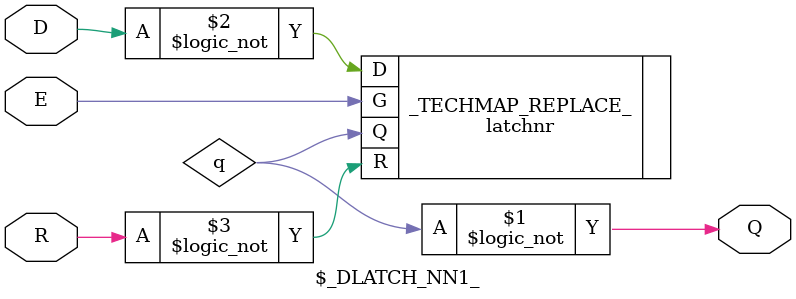
<source format=v>


module \$_DFF_P_ (D, C, Q);
    input D;
    input C;
    output Q;

    dff _TECHMAP_REPLACE_ (.Q(Q), .D(D), .C(C));
endmodule

// Async reset
module \$_DFF_PP0_ (D, C, R, Q);
    input D;
    input C;
    input R;
    output Q;

    dffr _TECHMAP_REPLACE_ (.Q(Q), .D(D), .C(C), .R(R));
endmodule

// Async reset
module \$_DFF_PN0_ (D, C, R, Q);
    input D;
    input C;
    input R;
    output Q;

    dffr _TECHMAP_REPLACE_ (.Q(Q), .D(D), .C(C), .R(!R));

endmodule

// Async set
module \$_DFF_PP1_ (D, C, R, Q);
    input D;
    input C;
    input R;
    output Q;

    wire q;
    assign Q = !q;

    dffr #(.INIT_VALUE(1'b1)) _TECHMAP_REPLACE_ (.Q(q), .D(!D), .C(C), .R(R));
endmodule

// Async set
module \$_DFF_PN1_ (D, C, R, Q);
    input D;
    input C;
    input R;
    output Q;

    wire q;
    assign Q = !q;

    dffr #(.INIT_VALUE(1'b1)) _TECHMAP_REPLACE_ (.Q(q), .D(!D), .C(C), .R(!R));
endmodule

// with enable
module  \$_DFFE_PP_ (D, C, E, Q);
    input D;
    input C;
    input E;
    output Q;

    dffe _TECHMAP_REPLACE_ (.Q(Q), .D(D), .C(C), .E(E));
endmodule

module  \$_DFFE_PN_ (D, C, E, Q);
    input D;
    input C;
    input E;
    output Q;

    dffe _TECHMAP_REPLACE_ (.Q(Q), .D(D), .C(C), .E(!E));
endmodule

// Async reset, enable
module  \$_DFFE_PP0P_ (D, C, E, R, Q);
    input D;
    input C;
    input E;
    input R;
    output Q;

    dffre _TECHMAP_REPLACE_ (.Q(Q), .D(D), .C(C), .E(E), .R(R));
endmodule

module  \$_DFFE_PP0N_ (D, C, E, R, Q);
    input D;
    input C;
    input E;
    input R;
    output Q;

    dffre _TECHMAP_REPLACE_ (.Q(Q), .D(D), .C(C), .E(!E), .R(R));
endmodule

module  \$_DFFE_PN0P_ (D, C, E, R, Q);
    input D;
    input C;
    input E;
    input R;
    output Q;

    
    dffre _TECHMAP_REPLACE_ (.Q(Q), .D(D), .C(C), .E(E), .R(!R));
endmodule

module  \$_DFFE_PN0N_ (D, C, E, R, Q);
    input D;
    input C;
    input E;
    input R;
    output Q;

    dffre _TECHMAP_REPLACE_ (.Q(Q), .D(D), .C(C), .E(!E), .R(!R));
endmodule

// Async set, enable
module  \$_DFFE_PP1P_ (D, C, E, R, Q);
    input D;
    input C;
    input E;
    input R;
    output Q;

    wire q;
    assign Q = !q;

    dffre #(.INIT_VALUE(1'b1)) _TECHMAP_REPLACE_ (.Q(q), .D(!D), .C(C), .E(E), .R(R));
endmodule

module  \$_DFFE_PP1N_ (D, C, E, R, Q);
    input D;
    input C;
    input E;
    input R;
    output Q;

    wire q;
    assign Q = !q;

    dffre #(.INIT_VALUE(1'b1)) _TECHMAP_REPLACE_ (.Q(q), .D(!D), .C(C), .E(!E), .R(R));
endmodule

module  \$_DFFE_PN1P_ (D, C, E, R, Q);
    input D;
    input C;
    input E;
    input R;
    output Q;

    wire q;
    assign Q = !q;

    dffre #(.INIT_VALUE(1'b1)) _TECHMAP_REPLACE_ (.Q(q), .D(!D), .C(C), .E(E), .R(!R));
endmodule

module  \$_DFFE_PN1N_ (D, C, E, R, Q);
    input D;
    input C;
    input E;
    input R;
    output Q;

    wire q;
    assign Q = !q;

    dffre #(.INIT_VALUE(1'b1)) _TECHMAP_REPLACE_ (.Q(q), .D(!D), .C(C), .E(!E), .R(!R));
endmodule

// Not done for genesis2 when both async set and reset are used
//
// Async set & reset

/*
module \$_DFFSR_PPP_ (D, C, R, S, Q);
    input D;
    input C;
    input R;
    input S;
    output Q;
    dffsre _TECHMAP_REPLACE_ (.Q(Q), .D(D), .C(C), .E(1'b1), .R(!R), .S(!S));
endmodule

module \$_DFFSR_PNP_ (D, Q, C, R, S);
    input D;
    input C;
    input R;
    input S;
    output Q;
    dffsre _TECHMAP_REPLACE_ (.Q(Q), .D(D), .C(C), .E(1'b1), .R(!R), .S(S));
endmodule

module \$_DFFSR_PNN_ (D, Q, C, R, S);
    input D;
    input C;
    input R;
    input S;
    output Q;
    dffsre _TECHMAP_REPLACE_ (.Q(Q), .D(D), .C(C), .E(1'b1), .R(R), .S(S));
endmodule

module \$_DFFSR_PPN_ (D, Q, C, R, S);
    input D;
    input C;
    input R;
    input S;
    output Q;
    dffsre _TECHMAP_REPLACE_ (.Q(Q), .D(D), .C(C), .E(1'b1), .R(R), .S(!S));
endmodule

module \$_DFFSR_NPP_ (D, Q, C, R, S);
    input D;
    input C;
    input R;
    input S;
    output Q;
    dffnsre _TECHMAP_REPLACE_ (.Q(Q), .D(D), .C(C), .E(1'b1), .R(!R), .S(!S));
endmodule

module \$_DFFSR_NNP_ (D, Q, C, R, S);
    input D;
    input C;
    input R;
    input S;
    output Q;
    dffnsre _TECHMAP_REPLACE_ (.Q(Q), .D(D), .C(C), .E(1'b1), .R(!R), .S(S));
endmodule

module \$_DFFSR_NNN_ (D, Q, C, R, S);
    input D;
    input C;
    input R;
    input S;
    output Q;
    dffnsre _TECHMAP_REPLACE_ (.Q(Q), .D(D), .C(C), .E(1'b1), .R(R), .S(S));
endmodule

module \$_DFFSR_NPN_ (D, Q, C, R, S);
    input D;
    input C;
    input R;
    input S;
    output Q;
    dffnsre _TECHMAP_REPLACE_ (.Q(Q), .D(D), .C(C), .E(1'b1), .R(R), .S(!S));
endmodule

// Async set, reset & enable

module \$_DFFSRE_PPPP_ (D, Q, C, E, R, S);
    input D;
    input C;
    input E;
    input R;
    input S;
    output Q;
    dffsre _TECHMAP_REPLACE_ (.Q(Q), .D(D), .C(C), .E(E), .R(!R), .S(!S));
endmodule

module \$_DFFSRE_PNPP_ (D, Q, C, E, R, S);
    input D;
    input C;
    input E;
    input R;
    input S;
    output Q;
    dffsre _TECHMAP_REPLACE_ (.Q(Q), .D(D), .C(C), .E(E), .R(!R), .S(S));
endmodule

module \$_DFFSRE_PPNP_ (D, Q, C, E, R, S);
    input D;
    input C;
    input E;
    input R;
    input S;
    output Q;
    dffsre _TECHMAP_REPLACE_ (.Q(Q), .D(D), .C(C), .E(E), .R(R), .S(!S));
endmodule

module \$_DFFSRE_PNNP_ (D, Q, C, E, R, S);
    input D;
    input C;
    input E;
    input R;
    input S;
    output Q;
    dffsre _TECHMAP_REPLACE_ (.Q(Q), .D(D), .C(C), .E(E), .R(R), .S(S));
endmodule

module \$_DFFSRE_PPPN_ (D, Q, C, E, R, S);
    input D;
    input C;
    input E;
    input R;
    input S;
    output Q;
    dffsre _TECHMAP_REPLACE_ (.Q(Q), .D(D), .C(C), .E(!E), .R(!R), .S(!S));
endmodule

module \$_DFFSRE_PNPN_ (D, Q, C, E, R, S);
    input D;
    input C;
    input E;
    input R;
    input S;
    output Q;
    dffsre _TECHMAP_REPLACE_ (.Q(Q), .D(D), .C(C), .E(!E), .R(!R), .S(S));
endmodule

module \$_DFFSRE_PPNN_ (D, Q, C, E, R, S);
    input D;
    input C;
    input E;
    input R;
    input S;
    output Q;
    dffsre _TECHMAP_REPLACE_ (.Q(Q), .D(D), .C(C), .E(!E), .R(R), .S(!S));
endmodule

module \$_DFFSRE_PNNN_ (D, Q, C, E, R, S);
    input D;
    input C;
    input E;
    input R;
    input S;
    output Q;
    dffsre _TECHMAP_REPLACE_ (.Q(Q), .D(D), .C(C), .E(!E), .R(R), .S(S));
endmodule

*/

// Do not support yet LATCH with both async set and reset
/*
// Latch with async set and reset
module  \$_DLATCHSR_PPP_ (input E, S, R, D, output Q);
    latchsre _TECHMAP_REPLACE_ (.D(D), .Q(Q), .E(1'b1), .G(E),  .R(!R), .S(!S));
endmodule

module  \$_DLATCHSR_NPP_ (input E, S, R, D, output Q);
    latchnsre _TECHMAP_REPLACE_ (.D(D), .Q(Q), .E(1'b1), .G(E),  .R(!R), .S(!S));
endmodule

*/

// Clock negedge FF s
module \$_DFF_N_ (D, C, Q);
    input D;
    input C;
    output Q;


    dffn _TECHMAP_REPLACE_ (.Q(Q), .D(D), .C(C));
endmodule

module \$_DFF_NP0_ (D, C, R, Q);
    input D;
    input C;
    input R;
    output Q;


    dffnr _TECHMAP_REPLACE_ (.Q(Q), .D(D), .C(C), .R(R));
endmodule

module \$_DFF_NN0_ (D, C, R, Q);
    input D;
    input C;
    input R;
    output Q;


    dffnr _TECHMAP_REPLACE_ (.Q(Q), .D(D), .C(C), .R(!R));
endmodule

// async set
module \$_DFF_NP1_ (D, C, R, Q);
    input D;
    input C;
    input R;
    output Q;

    wire q;
    assign Q = !q;

    dffnr #(.INIT_VALUE(1'b1)) _TECHMAP_REPLACE_ (.Q(q), .D(!D), .C(C), .R(R));
endmodule

module \$_DFF_NN1_ (D, C, R, Q);
    input D;
    input C;
    input R;
    output Q;

    wire q;
    assign Q = !q;

    dffnr #(.INIT_VALUE(1'b1)) _TECHMAP_REPLACE_ (.Q(q), .D(!D), .C(C), .R(!R));
endmodule

module  \$_DFFE_NP_ (D, C, E, Q);
    input D;
    input C;
    input E;
    output Q;

    dffne _TECHMAP_REPLACE_ (.Q(Q), .D(D), .C(C), .E(E));
endmodule

module  \$_DFFE_NN_ (D, C, E, Q);
    input D;
    input C;
    input E;
    output Q;

    dffne _TECHMAP_REPLACE_ (.Q(Q), .D(D), .C(C), .E(!E));
endmodule

module  \$_DFFE_NP0P_ (D, C, E, R, Q);
    input D;
    input C;
    input E;
    input R;
    output Q;


    dffnre _TECHMAP_REPLACE_ (.Q(Q), .D(D), .C(C), .E(E), .R(R));
endmodule

module  \$_DFFE_NP0N_ (D, C, E, R, Q);
    input D;
    input C;
    input E;
    input R;
    output Q;


    dffnre _TECHMAP_REPLACE_ (.Q(Q), .D(D), .C(C), .E(!E), .R(R));
endmodule

module  \$_DFFE_NN0P_ (D, C, E, R, Q);
    input D;
    input C;
    input E;
    input R;
    output Q;


    dffnre _TECHMAP_REPLACE_ (.Q(Q), .D(D), .C(C), .E(E), .R(!R));
endmodule

module  \$_DFFE_NN0N_ (D, C, E, R, Q);
    input D;
    input C;
    input E;
    input R;
    output Q;


    dffnre _TECHMAP_REPLACE_ (.Q(Q), .D(D), .C(C), .E(!E), .R(!R));
endmodule

// async set
module  \$_DFFE_NP1P_ (D, C, E, R, Q);
    input D;
    input C;
    input E;
    input R;
    output Q;

    wire q;
    assign Q = !q;

    dffnre #(.INIT_VALUE(1'b1)) _TECHMAP_REPLACE_ (.Q(q), .D(!D), .C(C), .E(E), .R(R));
endmodule

module  \$_DFFE_NP1N_ (D, C, E, R, Q);
    input D;
    input C;
    input E;
    input R;
    output Q;

    wire q;
    assign Q = !q;

    dffnre #(.INIT_VALUE(1'b1)) _TECHMAP_REPLACE_ (.Q(q), .D(!D), .C(C), .E(!E), .R(R));
endmodule

module  \$_DFFE_NN1P_ (D, C, E, R, Q);
    input D;
    input C;
    input E;
    input R;
    output Q;

    wire q;
    assign Q = !q;

    dffnre #(.INIT_VALUE(1'b1)) _TECHMAP_REPLACE_ (.Q(q), .D(!D), .C(C), .E(E), .R(!R));
endmodule

module  \$_DFFE_NN1N_ (D, C, E, R, Q);
    input D;
    input C;
    input E;
    input R;
    output Q;

    wire q;
    assign Q = !q;

    dffnre #(.INIT_VALUE(1'b1)) _TECHMAP_REPLACE_ (.Q(q), .D(!D), .C(C), .E(!E), .R(!R));
endmodule

// Do not support yet both async set/reset for Genesis2
/*
module \$_DFFSRE_NPPP_ (D, C, E, R, S, Q);
    input D;
    input C;
    input E;
    input R;
    input S;
    output Q;
    dffnsre _TECHMAP_REPLACE_ (.Q(Q), .D(D), .C(C), .E(E), .R(!R), .S(!S));
endmodule

module \$_DFFSRE_NNPP_ (D, C, E, R, S, Q);
    input D;
    input C;
    input E;
    input R;
    input S;
    output Q;
    dffnsre _TECHMAP_REPLACE_ (.Q(Q), .D(D), .C(C), .E(E), .R(!R), .S(S));
endmodule

module \$_DFFSRE_NPNP_ (D, C, E, R, S, Q);
    input D;
    input C;
    input E;
    input R;
    input S;
    output Q;
    dffnsre _TECHMAP_REPLACE_ (.Q(Q), .D(D), .C(C), .E(E), .R(R), .S(!S));
endmodule

module \$_DFFSRE_NNNP_ (D, C, E, R, S, Q);
    input D;
    input C;
    input E;
    input R;
    input S;
    output Q;
    dffnsre _TECHMAP_REPLACE_ (.Q(Q), .D(D), .C(C), .E(E), .R(R), .S(S));
endmodule


module \$_DFFSRE_NPPN_ (D, C, E, R, S, Q);
    input D;
    input C;
    input E;
    input R;
    input S;
    output Q;
    dffnsre _TECHMAP_REPLACE_ (.Q(Q), .D(D), .C(C), .E(!E), .R(!R), .S(!S));
endmodule

module \$_DFFSRE_NNPN_ (D, C, E, R, S, Q);
    input D;
    input C;
    input E;
    input R;
    input S;
    output Q;
    dffnsre _TECHMAP_REPLACE_ (.Q(Q), .D(D), .C(C), .E(!E), .R(!R), .S(S));
endmodule

module \$_DFFSRE_NPNN_ (D, C, E, R, S, Q);
    input D;
    input C;
    input E;
    input R;
    input S;
    output Q;
    dffnsre _TECHMAP_REPLACE_ (.Q(Q), .D(D), .C(C), .E(!E), .R(R), .S(!S));
endmodule

module \$_DFFSRE_NNNN_ (D, C, E, R, S, Q);
    input D;
    input C;
    input E;
    input R;
    input S;
    output Q;
    dffnsre _TECHMAP_REPLACE_ (.Q(Q), .D(D), .C(C), .E(!E), .R(R), .S(S));
endmodule

*/

/* Do not support SHREG_DFF for Genesis2

module \$__SHREG_DFF_P_ (D, Q, C);
    input D;
    input C;
    output Q;

    parameter DEPTH = 2;
    reg [DEPTH-2:0] q;
    genvar i;
    generate for (i = 0; i < DEPTH; i = i + 1) begin: slice


        // First in chain
        generate if (i == 0) begin
                 sh_dff #() shreg_beg (
                    .Q(q[i]),
                    .D(D),
                    .C(C)
                );
        end endgenerate
        // Middle in chain
        generate if (i > 0 && i != DEPTH-1) begin
                 sh_dff #() shreg_mid (
                    .Q(q[i]),
                    .D(q[i-1]),
                    .C(C)
                );
        end endgenerate
        // Last in chain
        generate if (i == DEPTH-1) begin
                 sh_dff #() shreg_end (
                    .Q(Q),
                    .D(q[i-1]),
                    .C(C)
                );
        end endgenerate
   end: slice
   endgenerate

endmodule

*/

// Sync reset
module \$_SDFF_PP0_ (D, C, R, Q);
    input D;
    input C;
    input R;
    output Q;


    sdffre _TECHMAP_REPLACE_ (.Q(Q), .D(D), .C(C), .E(1'b1), .R(R));
endmodule

module \$_SDFF_PN0_ (D, C, R, Q);
    input D;
    input C;
    input R;
    output Q;


    sdffre _TECHMAP_REPLACE_ (.Q(Q), .D(D), .C(C), .E(1'b1), .R(!R));
endmodule

module \$_SDFF_NP0_ (D, C, R, Q);
    input D;
    input C;
    input R;
    output Q;


    sdffnre _TECHMAP_REPLACE_ (.Q(Q), .D(D), .C(C), .E(1'b1), .R(R));
endmodule

module \$_SDFF_NN0_ (D, C, R, Q);
    input D;
    input C;
    input R;
    output Q;

    
    sdffnre _TECHMAP_REPLACE_ (.Q(Q), .D(D), .C(C), .E(1'b1), .R(!R));
endmodule

// Sync set
module \$_SDFF_PP1_ (D, C, R, Q);
    input D;
    input C;
    input R;
    output Q;

    wire q;
    assign Q = !q;

    sdffre #(.INIT_VALUE(1'b1)) _TECHMAP_REPLACE_ (.Q(q), .D(!D), .C(C), .E(1'b1), .R(R));
endmodule

module \$_SDFF_PN1_ (D, C, R, Q);
    input D;
    input C;
    input R;
    output Q;

    wire q;
    assign Q = !q;

    sdffre #(.INIT_VALUE(1'b1)) _TECHMAP_REPLACE_ (.Q(q), .D(!D), .C(C), .E(1'b1), .R(!R));
endmodule

module \$_SDFF_NP1_ (D, C, R, Q);
    input D;
    input C;
    input R;
    output Q;

    wire q;
    assign Q = !q;

    sdffnre #(.INIT_VALUE(1'b1)) _TECHMAP_REPLACE_ (.Q(q), .D(!D), .C(C), .E(1'b1), .R(R));
endmodule

module \$_SDFF_NN1_ (D, C, R, Q);
    input D;
    input C;
    input R;
    output Q;

    wire q;
    assign Q = !q;

    sdffnre #(.INIT_VALUE(1'b1)) _TECHMAP_REPLACE_ (.Q(q), .D(!D), .C(C), .E(1'b1), .R(!R));
endmodule

// Sync reset, enable
module  \$_SDFFE_PP0P_ (D, C, E, R, Q);
    input D;
    input C;
    input E;
    input R;
    output Q;

    sdffre _TECHMAP_REPLACE_ (.Q(Q), .D(D), .C(C), .E(E), .R(R));
endmodule

module  \$_SDFFE_PP0N_ (D, C, E, R, Q);
    input D;
    input C;
    input E;
    input R;
    output Q;

    sdffre _TECHMAP_REPLACE_ (.Q(Q), .D(D), .C(C), .E(!E), .R(R));
endmodule

module  \$_SDFFE_PN0P_ (D, C, E, R, Q);
    input D;
    input C;
    input E;
    input R;
    output Q;

    sdffre _TECHMAP_REPLACE_ (.Q(Q), .D(D), .C(C), .E(E), .R(!R));
endmodule

module  \$_SDFFE_PN0N_ (D, C, E, R, Q);
    input D;
    input C;
    input E;
    input R;
    output Q;

    sdffre _TECHMAP_REPLACE_ (.Q(Q), .D(D), .C(C), .E(!E), .R(!R));
endmodule

// Sync set, enable
module  \$_SDFFE_PP1P_ (D, C, E, R, Q);
    input D;
    input C;
    input E;
    input R;
    output Q;

    wire q;
    assign Q = !q;

    sdffre #(.INIT_VALUE(1'b1)) _TECHMAP_REPLACE_ (.Q(q), .D(!D), .C(C), .E(E), .R(R));
endmodule

module  \$_SDFFE_PP1N_ (D, C, E, R, Q);
    input D;
    input C;
    input E;
    input R;
    output Q;

    wire q;
    assign Q = !q;

    sdffre #(.INIT_VALUE(1'b1)) _TECHMAP_REPLACE_ (.Q(q), .D(!D), .C(C), .E(!E), .R(R));
endmodule

module  \$_SDFFE_PN1P_ (D, C, E, R, Q);
    input D;
    input C;
    input E;
    input R;
    output Q;

    wire q;
    assign Q = !q;

    sdffre #(.INIT_VALUE(1'b1)) _TECHMAP_REPLACE_ (.Q(q), .D(!D), .C(C), .E(E), .R(!R));
endmodule

module  \$_SDFFE_PN1N_ (D, C, E, R, Q);
    input D;
    input C;
    input E;
    input R;
    output Q;

    wire q;
    assign Q = !q;

    sdffre #(.INIT_VALUE(1'b1)) _TECHMAP_REPLACE_ (.Q(q), .D(!D), .C(C), .E(!E), .R(!R));
endmodule

// Sync reset, enable with clock negedge
module  \$_SDFFE_NP0P_ (D, C, E, R, Q);
    input D;
    input C;
    input E;
    input R;
    output Q;

    sdffnre _TECHMAP_REPLACE_ (.Q(Q), .D(D), .C(C), .E(E), .R(R));
endmodule

module  \$_SDFFE_NP0N_ (D, C, E, R, Q);
    input D;
    input C;
    input E;
    input R;
    output Q;

    sdffnre _TECHMAP_REPLACE_ (.Q(Q), .D(D), .C(C), .E(!E), .R(R));
endmodule

module  \$_SDFFE_NN0P_ (D, C, E, R, Q);
    input D;
    input C;
    input E;
    input R;
    output Q;

    sdffnre _TECHMAP_REPLACE_ (.Q(Q), .D(D), .C(C), .E(E), .R(!R));
endmodule

module  \$_SDFFE_NN0N_ (D, C, E, R, Q);
    input D;
    input C;
    input E;
    input R;
    output Q;

    sdffnre _TECHMAP_REPLACE_ (.Q(Q), .D(D), .C(C), .E(!E), .R(!R));
endmodule

// Sync set, enable with clock negedge
module  \$_SDFFE_NP1P_ (D, C, E, R, Q);
    input D;
    input C;
    input E;
    input R;
    output Q;

    wire q;
    assign Q = !q;

    sdffnre #(.INIT_VALUE(1'b1)) _TECHMAP_REPLACE_ (.Q(q), .D(!D), .C(C), .E(E), .R(R));
endmodule

module  \$_SDFFE_NP1N_ (D, C, E, R, Q);
    input D;
    input C;
    input E;
    input R;
    output Q;

    wire q;
    assign Q = !q;

    sdffnre #(.INIT_VALUE(1'b1)) _TECHMAP_REPLACE_ (.Q(q), .D(!D), .C(C), .E(!E), .R(R));
endmodule

module  \$_SDFFE_NN1P_ (D, C, E, R, Q);
    input D;
    input C;
    input E;
    input R;
    output Q;

    wire q;
    assign Q = !q;

    sdffnre #(.INIT_VALUE(1'b1)) _TECHMAP_REPLACE_ (.Q(q), .D(!D), .C(C), .E(E), .R(!R));
endmodule

module  \$_SDFFE_NN1N_ (D, C, E, R, Q);
    input D;
    input C;
    input E;
    input R;
    output Q;

    wire q;
    assign Q = !q;

    sdffnre #(.INIT_VALUE(1'b1)) _TECHMAP_REPLACE_ (.Q(q), .D(!D), .C(C), .E(!E), .R(!R));
endmodule

module \$_DLATCH_P_ (D, E, Q);
    input D;
    input E;
    output Q;


    latch _TECHMAP_REPLACE_ (.Q(Q), .D(D), .G(E));
endmodule

module \$_DLATCH_N_ (D, E, Q);
    input D;
    input E;
    output Q;


    latchn _TECHMAP_REPLACE_ (.Q(Q), .D(D), .G(E));
endmodule

module \$_DLATCH_PP0_ (D, E, R, Q);
    input D;
    input E;
    input R;
    output Q;


    latchr _TECHMAP_REPLACE_ (.Q(Q), .D(D), .G(E), .R(R));
endmodule

module \$_DLATCH_NP0_ (D, E, R, Q);
    input D;
    input E;
    input R;
    output Q;


    latchnr _TECHMAP_REPLACE_ (.Q(Q), .D(D), .G(E), .R(R));
endmodule

module \$_DLATCH_PN0_ (D, E, R, Q);
    input D;
    input E;
    input R;
    output Q;


    latchr _TECHMAP_REPLACE_ (.Q(Q), .D(D), .G(E), .R(!R));
endmodule

module \$_DLATCH_NN0_ (D, E, R, Q);
    input D;
    input E;
    input R;
    output Q;


    latchnr _TECHMAP_REPLACE_ (.Q(Q), .D(D), .G(E), .R(!R));
endmodule

module \$_DLATCH_PP1_ (D, E, R, Q);
    input D;
    input E;
    input R;
    output Q;

    wire q;
    assign Q = !q;

    latchr #(.INIT_VALUE(1'b1)) _TECHMAP_REPLACE_ (.Q(q), .D(!D), .G(E), .R(R));
endmodule

module \$_DLATCH_NP1_ (D, E, R, Q);
    input D;
    input E;
    input R;
    output Q;

    wire q;
    assign Q = !q;

    latchnr #(.INIT_VALUE(1'b1)) _TECHMAP_REPLACE_ (.Q(q), .D(!D), .G(E), .R(R));
endmodule

module \$_DLATCH_PN1_ (D, E, R, Q);
    input D;
    input E;
    input R;
    output Q;

    wire q;
    assign Q = !q;

    latchr #(.INIT_VALUE(1'b1)) _TECHMAP_REPLACE_ (.Q(q), .D(!D), .G(E), .R(!R));
endmodule

module \$_DLATCH_NN1_ (D, E, R, Q);
    input D;
    input E;
    input R;
    output Q;

    wire q;
    assign Q = !q;

    latchnr #(.INIT_VALUE(1'b1)) _TECHMAP_REPLACE_ (.Q(q), .D(!D), .G(E), .R(!R));
endmodule

</source>
